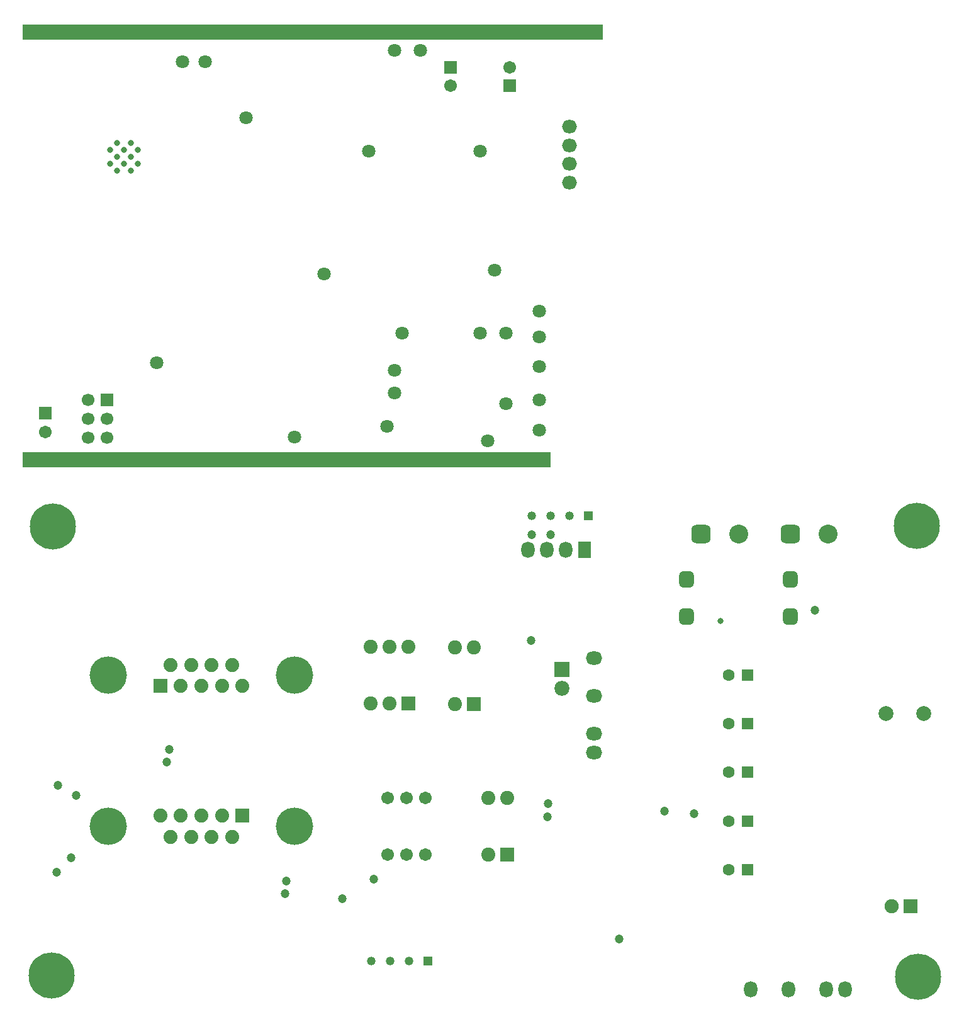
<source format=gbs>
G04*
G04 #@! TF.GenerationSoftware,Altium Limited,Altium Designer,24.0.1 (36)*
G04*
G04 Layer_Color=16711935*
%FSTAX24Y24*%
%MOIN*%
G70*
G04*
G04 #@! TF.SameCoordinates,F3E9A89A-E33D-43AE-B610-609CB64B5824*
G04*
G04*
G04 #@! TF.FilePolarity,Negative*
G04*
G01*
G75*
%ADD126C,0.0787*%
%ADD255C,0.0631*%
%ADD256R,0.0631X0.0631*%
%ADD257R,0.0795X0.0795*%
%ADD258C,0.0795*%
%ADD259O,0.0730X0.0750*%
%ADD260R,0.0730X0.0750*%
%ADD261C,0.2442*%
%ADD262C,0.1000*%
G04:AMPARAMS|DCode=263|XSize=100mil|YSize=100mil|CornerRadius=26.4mil|HoleSize=0mil|Usage=FLASHONLY|Rotation=0.000|XOffset=0mil|YOffset=0mil|HoleType=Round|Shape=RoundedRectangle|*
%AMROUNDEDRECTD263*
21,1,0.1000,0.0472,0,0,0.0*
21,1,0.0472,0.1000,0,0,0.0*
1,1,0.0528,0.0236,-0.0236*
1,1,0.0528,-0.0236,-0.0236*
1,1,0.0528,-0.0236,0.0236*
1,1,0.0528,0.0236,0.0236*
%
%ADD263ROUNDEDRECTD263*%
%ADD264O,0.0710X0.0867*%
%ADD265R,0.0710X0.0867*%
%ADD266O,0.0867X0.0710*%
%ADD267R,0.0468X0.0468*%
%ADD268C,0.0468*%
%ADD269R,0.0749X0.0749*%
%ADD270C,0.0749*%
%ADD271C,0.0671*%
%ADD272C,0.1980*%
%ADD273C,0.0745*%
%ADD274R,0.0745X0.0745*%
%ADD275C,0.0316*%
%ADD276C,0.0710*%
%ADD277R,0.0671X0.0680*%
%ADD278C,0.0671*%
%ADD279C,0.0039*%
%ADD280R,0.0669X0.0669*%
%ADD281C,0.0669*%
%ADD282O,0.0789X0.0710*%
G04:AMPARAMS|DCode=283|XSize=78.7mil|YSize=86.6mil|CornerRadius=21.7mil|HoleSize=0mil|Usage=FLASHONLY|Rotation=180.000|XOffset=0mil|YOffset=0mil|HoleType=Round|Shape=RoundedRectangle|*
%AMROUNDEDRECTD283*
21,1,0.0787,0.0433,0,0,180.0*
21,1,0.0354,0.0866,0,0,180.0*
1,1,0.0433,-0.0177,0.0217*
1,1,0.0433,0.0177,0.0217*
1,1,0.0433,0.0177,-0.0217*
1,1,0.0433,-0.0177,-0.0217*
%
%ADD283ROUNDEDRECTD283*%
%ADD284C,0.0474*%
G36*
X144488Y076496D02*
Y075709D01*
X116535D01*
Y076496D01*
X144488D01*
D02*
G37*
G36*
X116535Y099134D02*
Y098346D01*
X147244D01*
Y099134D01*
X116535D01*
D02*
G37*
D126*
X164236Y062669D02*
D03*
X162268D02*
D03*
D255*
X153922Y054387D02*
D03*
Y056979D02*
D03*
Y062139D02*
D03*
Y059555D02*
D03*
Y064702D02*
D03*
D256*
X154922Y054387D02*
D03*
Y056979D02*
D03*
Y062139D02*
D03*
Y059555D02*
D03*
Y064702D02*
D03*
D257*
X14508Y064988D02*
D03*
D258*
Y063988D02*
D03*
D259*
X139412Y066159D02*
D03*
X140412D02*
D03*
X139412Y063159D02*
D03*
X13495Y063185D02*
D03*
Y066185D02*
D03*
X13595D02*
D03*
X13695D02*
D03*
X13595Y063185D02*
D03*
X141175Y058193D02*
D03*
X142175D02*
D03*
X141175Y055193D02*
D03*
D260*
X140412Y063159D02*
D03*
X13695Y063185D02*
D03*
X142175Y055193D02*
D03*
D261*
X16388Y072588D02*
D03*
X118117Y072573D02*
D03*
X163966Y048744D02*
D03*
X118067Y048795D02*
D03*
D262*
X159186Y072155D02*
D03*
X154462D02*
D03*
D263*
X157186D02*
D03*
X152462D02*
D03*
D264*
X1453Y071348D02*
D03*
X1433D02*
D03*
X1443D02*
D03*
X15507Y048076D02*
D03*
X16007Y048076D02*
D03*
X15907D02*
D03*
X15707Y048076D02*
D03*
D265*
X1463Y071348D02*
D03*
D266*
X146788Y065611D02*
D03*
X146788Y060611D02*
D03*
Y061611D02*
D03*
X146788Y063611D02*
D03*
D267*
X146497Y073119D02*
D03*
X137992Y049579D02*
D03*
D268*
X145497Y073119D02*
D03*
X144497D02*
D03*
X143497D02*
D03*
X136992Y049579D02*
D03*
X135992D02*
D03*
X134992D02*
D03*
D269*
X163537Y052479D02*
D03*
D270*
X162552D02*
D03*
D271*
X135848Y055193D02*
D03*
X136848D02*
D03*
X137848D02*
D03*
Y058193D02*
D03*
X136848D02*
D03*
X135848D02*
D03*
D272*
X121067Y064685D02*
D03*
X130905D02*
D03*
Y056693D02*
D03*
X121067D02*
D03*
D273*
X128167Y064126D02*
D03*
X127622Y065244D02*
D03*
X127076Y064126D02*
D03*
X126531Y065244D02*
D03*
X125986Y064126D02*
D03*
X125441Y065244D02*
D03*
X124895Y064126D02*
D03*
X12435Y065244D02*
D03*
X123805Y057252D02*
D03*
X12435Y056134D02*
D03*
X124895Y057252D02*
D03*
X125441Y056134D02*
D03*
X125986Y057252D02*
D03*
X126531Y056134D02*
D03*
X127076Y057252D02*
D03*
X127622Y056134D02*
D03*
D274*
X123805Y064126D02*
D03*
X128167Y057252D02*
D03*
D275*
X153501Y067568D02*
D03*
X121163Y091771D02*
D03*
Y092493D02*
D03*
X121525Y091409D02*
D03*
Y092132D02*
D03*
X121525Y092854D02*
D03*
X121886Y091771D02*
D03*
Y092493D02*
D03*
X122247Y091409D02*
D03*
X122247Y092132D02*
D03*
X122247Y092854D02*
D03*
X122608Y091771D02*
D03*
Y092493D02*
D03*
D276*
X143898Y082598D02*
D03*
X143898Y081024D02*
D03*
Y079252D02*
D03*
Y077677D02*
D03*
X13248Y085945D02*
D03*
X141142Y077087D02*
D03*
X140748Y092441D02*
D03*
X134843D02*
D03*
X141535Y086142D02*
D03*
X142126Y079055D02*
D03*
X140748Y082795D02*
D03*
X142126D02*
D03*
X136614D02*
D03*
X13622Y080827D02*
D03*
Y079646D02*
D03*
X135827Y077874D02*
D03*
X123622Y08122D02*
D03*
X126181Y097165D02*
D03*
X125D02*
D03*
X143898Y083976D02*
D03*
X128346Y094213D02*
D03*
X137597Y09775D02*
D03*
X13622Y097756D02*
D03*
X130906Y077283D02*
D03*
D277*
X117717Y078563D02*
D03*
X142323Y095886D02*
D03*
X139173Y09687D02*
D03*
D278*
X117717Y077579D02*
D03*
X142323Y09687D02*
D03*
X139173Y095886D02*
D03*
D279*
X118325Y085169D02*
D03*
Y081959D02*
D03*
X145014Y088461D02*
D03*
Y086185D02*
D03*
D280*
X120972Y079268D02*
D03*
D281*
X120972Y078268D02*
D03*
X120972Y077268D02*
D03*
X119972D02*
D03*
X119972Y078268D02*
D03*
X119972Y079268D02*
D03*
D282*
X145472Y092728D02*
D03*
Y093728D02*
D03*
Y09076D02*
D03*
Y09176D02*
D03*
D283*
X157192Y069773D02*
D03*
X1517D02*
D03*
X157192Y067804D02*
D03*
X1517D02*
D03*
D284*
X158482Y068139D02*
D03*
X14344Y066519D02*
D03*
X148132Y050729D02*
D03*
X144352Y057909D02*
D03*
X14432Y057194D02*
D03*
X152092Y057379D02*
D03*
X1445Y072135D02*
D03*
X1435D02*
D03*
X124292Y060779D02*
D03*
X118372Y058859D02*
D03*
X119342Y05832D02*
D03*
X118332Y05425D02*
D03*
X119082Y05503D02*
D03*
X130482Y053799D02*
D03*
X130402Y053139D02*
D03*
X133452Y05285D02*
D03*
X135132Y053912D02*
D03*
X124142Y060089D02*
D03*
X150518Y057495D02*
D03*
M02*

</source>
